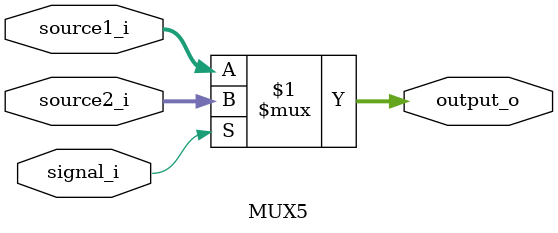
<source format=v>
module MUX5
(
    source1_i,
    source2_i,
    signal_i,
    output_o
);


// Interface
input  [4:0] source1_i;
input  [4:0] source2_i;
input  [0:0] signal_i;

output [4:0] output_o ;

// Calculate
assign output_o = (signal_i)? source2_i: source1_i;
endmodule
</source>
